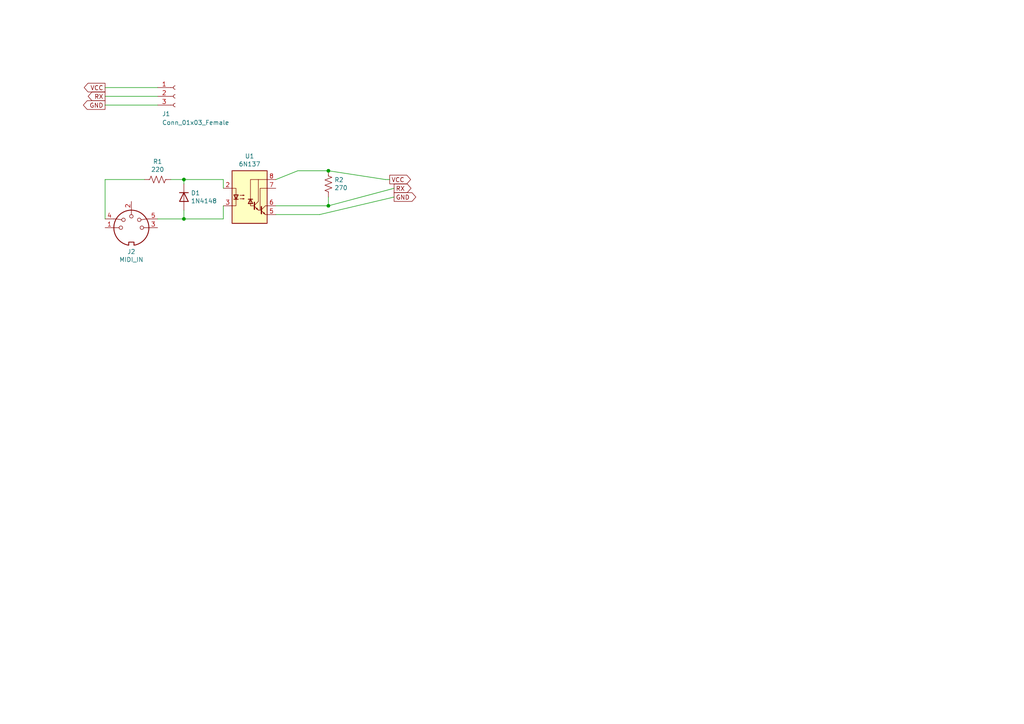
<source format=kicad_sch>
(kicad_sch (version 20211123) (generator eeschema)
  (paper "A4")
  (lib_symbols
    (symbol "Connector:Conn_01x03_Female" (pin_names (offset 1.016) hide)
      (property "Reference" "J" (at 0 5.08 0))
      (property "Value" "Conn_01x03_Female" (at 0 -5.08 0))
      (symbol "Conn_01x03_Female_1_1"
        (arc (start 0 -2.032) (mid -0.508 -2.54) (end 0 -3.048) (stroke (width 0.1524)))
        (polyline (pts (xy -1.27 -2.54) (xy -0.508 -2.54)) (stroke (width 0.1524)))
        (polyline (pts (xy -1.27 0) (xy -0.508 0)) (stroke (width 0.1524)))
        (polyline (pts (xy -1.27 2.54) (xy -0.508 2.54)) (stroke (width 0.1524)))
        (arc (start 0 0.508) (mid -0.508 0) (end 0 -0.508) (stroke (width 0.1524)))
        (arc (start 0 3.048) (mid -0.508 2.54) (end 0 2.032) (stroke (width 0.1524)))
        (pin passive line (at -5.08 2.54 0) (length 3.81) (name "Pin_1") (number "1"))
        (pin passive line (at -5.08 0 0) (length 3.81) (name "Pin_2") (number "2"))
        (pin passive line (at -5.08 -2.54 0) (length 3.81) (name "Pin_3") (number "3"))
      )
    )
    (symbol "Connector:DIN-5_180degree" (pin_names (offset 1.016))
      (property "Reference" "J" (at 3.175 5.715 0))
      (property "Value" "DIN-5_180degree" (at 0 -6.35 0))
      (symbol "DIN-5_180degree_0_1"
        (arc (start -5.08 0) (mid -3.8597 -3.3379) (end -0.762 -5.08) (stroke (width 0.254)))
        (circle (center -3.048 0) (radius 0.508))
        (circle (center -2.286 2.286) (radius 0.508))
        (polyline (pts (xy -5.08 0) (xy -3.556 0)))
        (polyline (pts (xy 0 5.08) (xy 0 3.81)))
        (polyline (pts (xy 5.08 0) (xy 3.556 0)))
        (polyline (pts (xy -5.08 2.54) (xy -4.318 2.54) (xy -2.794 2.286)))
        (polyline (pts (xy 5.08 2.54) (xy 4.318 2.54) (xy 2.794 2.286)))
        (polyline (pts (xy -0.762 -4.953) (xy -0.762 -4.191) (xy 0.762 -4.191) (xy 0.762 -4.953)) (stroke (width 0.254)))
        (circle (center 0 3.302) (radius 0.508))
        (arc (start 0.762 -5.08) (mid 3.8673 -3.3444) (end 5.08 0) (stroke (width 0.254)))
        (circle (center 2.286 2.286) (radius 0.508))
        (circle (center 3.048 0) (radius 0.508))
        (arc (start 5.08 0) (mid 0 5.08) (end -5.08 0) (stroke (width 0.254)))
      )
      (symbol "DIN-5_180degree_1_1"
        (pin passive line (at -7.62 0 0) (length 2.54) (name "~") (number "1"))
        (pin passive line (at 0 7.62 270) (length 2.54) (name "~") (number "2"))
        (pin passive line (at 7.62 0 180) (length 2.54) (name "~") (number "3"))
        (pin passive line (at -7.62 2.54 0) (length 2.54) (name "~") (number "4"))
        (pin passive line (at 7.62 2.54 180) (length 2.54) (name "~") (number "5"))
      )
    )
    (symbol "Device:R_US" (pin_numbers hide) (pin_names (offset 0))
      (property "Reference" "R" (at 2.54 0 90))
      (property "Value" "R_US" (at -2.54 0 90))
      (symbol "R_US_0_1"
        (polyline (pts (xy 0 -2.286) (xy 0 -2.54)))
        (polyline (pts (xy 0 2.286) (xy 0 2.54)))
        (polyline (pts (xy 0 -0.762) (xy 1.016 -1.143) (xy 0 -1.524) (xy -1.016 -1.905) (xy 0 -2.286)))
        (polyline (pts (xy 0 0.762) (xy 1.016 0.381) (xy 0 0) (xy -1.016 -0.381) (xy 0 -0.762)))
        (polyline (pts (xy 0 2.286) (xy 1.016 1.905) (xy 0 1.524) (xy -1.016 1.143) (xy 0 0.762)))
      )
      (symbol "R_US_1_1"
        (pin passive line (at 0 3.81 270) (length 1.27) (name "~") (number "1"))
        (pin passive line (at 0 -3.81 90) (length 1.27) (name "~") (number "2"))
      )
    )
    (symbol "Diode:1N4148" (pin_numbers hide) (pin_names (offset 1.016) hide)
      (property "Reference" "D" (at 0 2.54 0))
      (property "Value" "1N4148" (at 0 -2.54 0))
      (symbol "1N4148_0_1"
        (polyline (pts (xy -1.27 1.27) (xy -1.27 -1.27)) (stroke (width 0.254)))
        (polyline (pts (xy 1.27 0) (xy -1.27 0)))
        (polyline (pts (xy 1.27 1.27) (xy 1.27 -1.27) (xy -1.27 0) (xy 1.27 1.27)) (stroke (width 0.254)))
      )
      (symbol "1N4148_1_1"
        (pin passive line (at -3.81 0 0) (length 2.54) (name "K") (number "1"))
        (pin passive line (at 3.81 0 180) (length 2.54) (name "A") (number "2"))
      )
    )
    (symbol "Isolator:6N139" (pin_names (offset 1.016) hide)
      (property "Reference" "U" (at -4.064 8.89 0))
      (property "Value" "6N139" (at 2.286 8.89 0))
      (symbol "6N139_0_1"
        (rectangle (start -5.08 7.62) (end 5.08 -7.62) (stroke (width 0.254)) (fill (type background)))
        (polyline (pts (xy -4.572 -0.635) (xy -3.302 -0.635)) (stroke (width 0.254)))
        (polyline (pts (xy 0.889 -0.635) (xy -0.381 -0.635)) (stroke (width 0.254)))
        (polyline (pts (xy 1.397 -2.667) (xy 2.54 -3.81)))
        (polyline (pts (xy 1.397 -2.413) (xy 2.54 -1.27)))
        (polyline (pts (xy 2.54 -3.81) (xy 3.175 -3.81)))
        (polyline (pts (xy 3.429 -3.937) (xy 4.572 -5.08)))
        (polyline (pts (xy 3.429 -3.683) (xy 4.572 -2.54)))
        (polyline (pts (xy 4.572 -5.08) (xy 5.08 -5.08)))
        (polyline (pts (xy 4.572 -2.54) (xy 5.08 -2.54)))
        (polyline (pts (xy 1.397 -1.524) (xy 1.397 -3.556) (xy 1.397 -3.556)) (stroke (width 0.3556)))
        (polyline (pts (xy 2.54 -1.27) (xy 2.54 5.08) (xy 5.08 5.08)))
        (polyline (pts (xy 3.429 -2.794) (xy 3.429 -4.826) (xy 3.429 -4.826)) (stroke (width 0.3556)))
        (polyline (pts (xy 5.08 2.54) (xy 3.048 2.54) (xy 3.048 -3.81)))
        (polyline (pts (xy -5.08 -2.54) (xy -3.937 -2.54) (xy -3.937 2.54) (xy -5.08 2.54)))
        (polyline (pts (xy -3.937 -0.635) (xy -4.572 0.635) (xy -3.302 0.635) (xy -3.937 -0.635)) (stroke (width 0.254)))
        (polyline (pts (xy 0.254 -0.635) (xy 0.889 -1.905) (xy -0.381 -1.905) (xy 0.254 -0.635)) (stroke (width 0.254)))
        (polyline (pts (xy 1.27 -2.54) (xy 0.254 -2.54) (xy 0.254 5.08) (xy 2.54 5.08)))
        (polyline (pts (xy 2.413 -3.683) (xy 2.159 -3.175) (xy 1.905 -3.429) (xy 2.413 -3.683)))
        (polyline (pts (xy 4.445 -4.953) (xy 4.191 -4.445) (xy 3.937 -4.699) (xy 4.445 -4.953)))
        (polyline (pts (xy -2.794 -0.508) (xy -1.524 -0.508) (xy -1.905 -0.635) (xy -1.905 -0.381) (xy -1.524 -0.508)))
        (polyline (pts (xy -2.794 0.508) (xy -1.524 0.508) (xy -1.905 0.381) (xy -1.905 0.635) (xy -1.524 0.508)))
      )
      (symbol "6N139_1_1"
        (pin no_connect line (at -5.08 5.08 0) (length 2.54) hide (name "NC") (number "1"))
        (pin passive line (at -7.62 2.54 0) (length 2.54) (name "C1") (number "2"))
        (pin passive line (at -7.62 -2.54 0) (length 2.54) (name "C2") (number "3"))
        (pin no_connect line (at -5.08 -5.08 0) (length 2.54) hide (name "NC") (number "4"))
        (pin passive line (at 7.62 -5.08 180) (length 2.54) (name "GND") (number "5"))
        (pin passive line (at 7.62 -2.54 180) (length 2.54) (name "VO2") (number "6"))
        (pin passive line (at 7.62 2.54 180) (length 2.54) (name "VO1") (number "7"))
        (pin passive line (at 7.62 5.08 180) (length 2.54) (name "VCC") (number "8"))
      )
    )
  )
  (junction (at 95.25 49.53))
  (junction (at 53.34 52.07))
  (junction (at 53.34 63.5))
  (junction (at 95.25 59.69))
  (wire (pts (xy 114.3 54.61) (xy 95.25 59.69)))
  (wire (pts (xy 95.25 57.15) (xy 95.25 59.69)))
  (wire (pts (xy 86.36 49.53) (xy 95.25 49.53)))
  (wire (pts (xy 45.72 63.5) (xy 53.34 63.5)))
  (wire (pts (xy 64.77 63.5) (xy 53.34 63.5)))
  (wire (pts (xy 53.34 52.07) (xy 49.53 52.07)))
  (wire (pts (xy 64.77 59.69) (xy 64.77 63.5)))
  (wire (pts (xy 30.48 27.94) (xy 45.72 27.94)))
  (wire (pts (xy 30.48 63.5) (xy 30.48 52.07)))
  (wire (pts (xy 30.48 30.48) (xy 45.72 30.48)))
  (wire (pts (xy 86.36 49.53) (xy 80.01 52.07)))
  (wire (pts (xy 80.01 59.69) (xy 95.25 59.69)))
  (wire (pts (xy 30.48 25.4) (xy 45.72 25.4)))
  (wire (pts (xy 95.25 49.53) (xy 111.76 52.07)))
  (wire (pts (xy 64.77 54.61) (xy 64.77 52.07)))
  (wire (pts (xy 80.01 62.23) (xy 92.71 62.23)))
  (wire (pts (xy 64.77 52.07) (xy 53.34 52.07)))
  (wire (pts (xy 53.34 53.34) (xy 53.34 52.07)))
  (wire (pts (xy 111.76 52.07) (xy 113.03 52.07)))
  (wire (pts (xy 114.3 57.15) (xy 92.71 62.23)))
  (wire (pts (xy 53.34 63.5) (xy 53.34 60.96)))
  (wire (pts (xy 30.48 52.07) (xy 41.91 52.07)))
  (global_label "GND" (shape output) (at 114.3 57.15 0) (property "Intersheet References" "${INTERSHEET_REFS}" (effects hide)))
  (global_label "VCC" (shape output) (at 113.03 52.07 0) (property "Intersheet References" "${INTERSHEET_REFS}" (effects hide)))
  (global_label "VCC" (shape output) (at 30.48 25.4 180) (property "Intersheet References" "${INTERSHEET_REFS}" (effects hide)))
  (global_label "RX" (shape output) (at 114.3 54.61 0) (property "Intersheet References" "${INTERSHEET_REFS}" (effects hide)))
  (global_label "GND" (shape output) (at 30.48 30.48 180) (property "Intersheet References" "${INTERSHEET_REFS}" (effects hide)))
  (global_label "RX" (shape output) (at 30.48 27.94 180) (property "Intersheet References" "${INTERSHEET_REFS}" (effects hide)))
  (symbol (lib_id "Connector:DIN-5_180degree") (at 38.1 66.04 0) (unit 1)
    (property "Reference" "J2" (at 38.1 72.9996 0))
    (property "Value" "MIDI_IN" (at 38.1 75.311 0))
    (property "Footprint" "eurocad:MIDI_DIN5" (effects hide))
    (property "Datasheet" "http://www.mouser.com/ds/2/18/40_c091_abd_e-75918.pdf" (effects hide))
  )
  (symbol (lib_id "Isolator:6N139") (at 72.39 57.15 0) (unit 1)
    (property "Reference" "U1" (at 72.39 45.2882 0))
    (property "Value" "6N137" (at 72.39 47.5996 0))
    (property "Footprint" "Package_DIP:DIP-8_W7.62mm_LongPads" (effects hide))
    (property "Datasheet" "http://www.onsemi.com/pub/Collateral/HCPL2731-D.pdf" (effects hide))
  )
  (symbol (lib_id "Device:R_US") (at 45.72 52.07 270) (unit 1)
    (property "Reference" "R1" (at 45.72 46.863 90))
    (property "Value" "220" (at 45.72 49.1744 90))
    (property "Footprint" "Resistor_THT:R_Axial_DIN0207_L6.3mm_D2.5mm_P7.62mm_Horizontal" (effects hide))
  )
  (symbol (lib_id "Device:R_US") (at 95.25 53.34 0) (unit 1)
    (property "Reference" "R2" (at 96.9772 52.1716 0) (effects (justify left)))
    (property "Value" "270" (at 96.9772 54.483 0) (effects (justify left)))
    (property "Footprint" "Resistor_THT:R_Axial_DIN0207_L6.3mm_D2.5mm_P7.62mm_Horizontal" (effects hide))
  )
  (symbol (lib_id "Diode:1N4148") (at 53.34 57.15 270) (unit 1)
    (property "Reference" "D1" (at 55.3466 55.9816 90) (effects (justify left)))
    (property "Value" "1N4148" (at 55.3466 58.293 90) (effects (justify left)))
    (property "Footprint" "Diode_THT:D_DO-35_SOD27_P7.62mm_Horizontal" (effects hide))
    (property "Datasheet" "http://www.nxp.com/documents/data_sheet/1N4148_1N4448.pdf" (effects hide))
  )
  (symbol (lib_id "Connector:Conn_01x03_Female") (at 50.8 27.94 0) (unit 1)
    (property "Reference" "J1" (at 46.99 33.02 0) (effects (justify left)))
    (property "Value" "Conn_01x03_Female" (at 46.99 35.56 0) (effects (justify left)))
    (property "Footprint" "Connector_JST:JST_EH_B3B-EH-A_1x03_P2.50mm_Vertical" (effects hide))
  )
)
</source>
